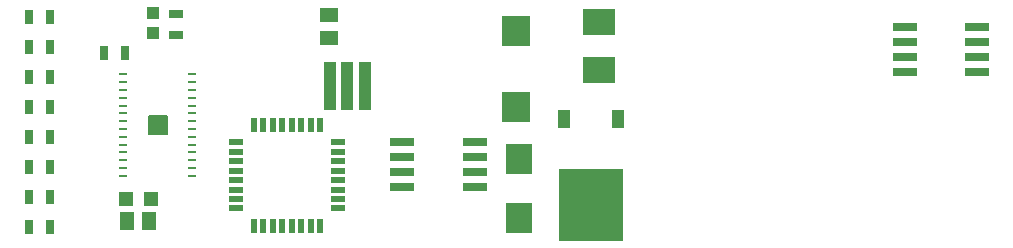
<source format=gtp>
G75*
G70*
%OFA0B0*%
%FSLAX24Y24*%
%IPPOS*%
%LPD*%
%AMOC8*
5,1,8,0,0,1.08239X$1,22.5*
%
%ADD10R,0.0500X0.0220*%
%ADD11R,0.0220X0.0500*%
%ADD12R,0.0800X0.0260*%
%ADD13R,0.0630X0.0512*%
%ADD14R,0.1100X0.0900*%
%ADD15R,0.0394X0.1614*%
%ADD16R,0.0315X0.0098*%
%ADD17C,0.0050*%
%ADD18R,0.0315X0.0472*%
%ADD19R,0.0472X0.0315*%
%ADD20R,0.0394X0.0433*%
%ADD21R,0.2126X0.2441*%
%ADD22R,0.0394X0.0630*%
%ADD23R,0.0945X0.1024*%
%ADD24R,0.0866X0.1024*%
%ADD25R,0.0472X0.0472*%
%ADD26R,0.0512X0.0630*%
D10*
X013688Y001836D03*
X013688Y002151D03*
X013688Y002466D03*
X013688Y002781D03*
X013688Y003095D03*
X013688Y003410D03*
X013688Y003725D03*
X013688Y004040D03*
X017068Y004040D03*
X017068Y003725D03*
X017068Y003410D03*
X017068Y003095D03*
X017068Y002781D03*
X017068Y002466D03*
X017068Y002151D03*
X017068Y001836D03*
D11*
X016480Y001248D03*
X016165Y001248D03*
X015850Y001248D03*
X015535Y001248D03*
X015221Y001248D03*
X014906Y001248D03*
X014591Y001248D03*
X014276Y001248D03*
X014276Y004628D03*
X014591Y004628D03*
X014906Y004628D03*
X015221Y004628D03*
X015535Y004628D03*
X015850Y004628D03*
X016165Y004628D03*
X016480Y004628D03*
D12*
X019215Y004057D03*
X019215Y003557D03*
X019215Y003057D03*
X019215Y002557D03*
X021635Y002557D03*
X021635Y003057D03*
X021635Y003557D03*
X021635Y004057D03*
X035970Y006380D03*
X035970Y006880D03*
X035970Y007380D03*
X035970Y007880D03*
X038390Y007880D03*
X038390Y007380D03*
X038390Y006880D03*
X038390Y006380D03*
D13*
X016770Y007525D03*
X016770Y008273D03*
D14*
X025764Y008051D03*
X025764Y006439D03*
D15*
X017980Y005924D03*
X017389Y005924D03*
X016798Y005924D03*
D16*
X012222Y006047D03*
X012222Y005787D03*
X012222Y005527D03*
X012222Y005267D03*
X012222Y005007D03*
X012222Y004747D03*
X012224Y004487D03*
X012222Y004227D03*
X012222Y003967D03*
X012222Y003707D03*
X012222Y003447D03*
X012222Y003187D03*
X012222Y002927D03*
X009922Y002927D03*
X009922Y003187D03*
X009922Y003447D03*
X009922Y003707D03*
X009922Y003967D03*
X009922Y004227D03*
X009920Y004487D03*
X009922Y004747D03*
X009922Y005007D03*
X009922Y005267D03*
X009922Y005527D03*
X009922Y005787D03*
X009922Y006047D03*
X009922Y006307D03*
X012222Y006307D03*
D17*
X011367Y004910D02*
X010777Y004910D01*
X010777Y004320D01*
X011367Y004320D01*
X011367Y004910D01*
X011367Y004886D02*
X010777Y004886D01*
X010777Y004838D02*
X011367Y004838D01*
X011367Y004789D02*
X010777Y004789D01*
X010777Y004741D02*
X011367Y004741D01*
X011367Y004692D02*
X010777Y004692D01*
X010777Y004644D02*
X011367Y004644D01*
X011367Y004595D02*
X010777Y004595D01*
X010777Y004547D02*
X011367Y004547D01*
X011367Y004498D02*
X010777Y004498D01*
X010777Y004450D02*
X011367Y004450D01*
X011367Y004401D02*
X010777Y004401D01*
X010777Y004353D02*
X011367Y004353D01*
D18*
X006776Y001230D03*
X007484Y001230D03*
X007484Y002230D03*
X006776Y002230D03*
X006776Y003230D03*
X007484Y003230D03*
X007484Y004230D03*
X006776Y004230D03*
X006776Y005230D03*
X007484Y005230D03*
X007484Y006230D03*
X006776Y006230D03*
X009276Y007030D03*
X009984Y007030D03*
X007484Y007230D03*
X006776Y007230D03*
X006776Y008230D03*
X007484Y008230D03*
D19*
X011680Y008334D03*
X011680Y007626D03*
D20*
X010930Y007695D03*
X010930Y008365D03*
D21*
X025522Y001935D03*
D22*
X026420Y004809D03*
X024624Y004809D03*
D23*
X023006Y005224D03*
X023006Y007744D03*
D24*
X023129Y003475D03*
X023129Y001507D03*
D25*
X010853Y002150D03*
X010027Y002150D03*
D26*
X010036Y001420D03*
X010784Y001420D03*
M02*

</source>
